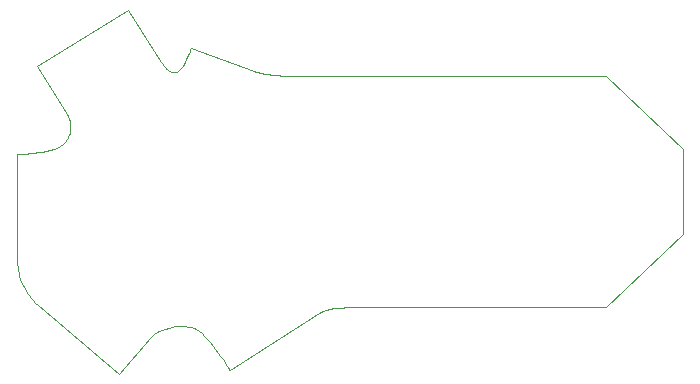
<source format=gbr>
G04 #@! TF.FileFunction,Profile,NP*
%FSLAX46Y46*%
G04 Gerber Fmt 4.6, Leading zero omitted, Abs format (unit mm)*
G04 Created by KiCad (PCBNEW 4.0.2-4+6225~38~ubuntu14.04.1-stable) date Wed 22 Jun 2016 06:39:26 PM CDT*
%MOMM*%
G01*
G04 APERTURE LIST*
%ADD10C,0.100000*%
G04 APERTURE END LIST*
D10*
X40267941Y-88433513D02*
X40267941Y-88433513D01*
X47911476Y-83688223D02*
X40267941Y-88433513D01*
X50758674Y-88138408D02*
X47911476Y-83688223D01*
X50813519Y-88217264D02*
X50758674Y-88138408D01*
X50871050Y-88297420D02*
X50813519Y-88217264D01*
X50931200Y-88377851D02*
X50871050Y-88297420D01*
X50993887Y-88457531D02*
X50931200Y-88377851D01*
X51059041Y-88535438D02*
X50993887Y-88457531D01*
X51126582Y-88610543D02*
X51059041Y-88535438D01*
X51196441Y-88681827D02*
X51126582Y-88610543D01*
X51268537Y-88748262D02*
X51196441Y-88681827D01*
X51342798Y-88808824D02*
X51268537Y-88748262D01*
X51419151Y-88862491D02*
X51342798Y-88808824D01*
X51497515Y-88908234D02*
X51419151Y-88862491D01*
X51577822Y-88945030D02*
X51497515Y-88908234D01*
X51659991Y-88971869D02*
X51577822Y-88945030D01*
X51743949Y-88987702D02*
X51659991Y-88971869D01*
X51829623Y-88991512D02*
X51743949Y-88987702D01*
X51916937Y-88982283D02*
X51829623Y-88991512D01*
X52062801Y-88935590D02*
X51916937Y-88982283D01*
X52202137Y-88853486D02*
X52062801Y-88935590D01*
X52334541Y-88741271D02*
X52202137Y-88853486D01*
X52459619Y-88604249D02*
X52334541Y-88741271D01*
X52576976Y-88447721D02*
X52459619Y-88604249D01*
X52686210Y-88276990D02*
X52576976Y-88447721D01*
X52786929Y-88097356D02*
X52686210Y-88276990D01*
X52878731Y-87914123D02*
X52786929Y-88097356D01*
X52961221Y-87732589D02*
X52878731Y-87914123D01*
X53034001Y-87558060D02*
X52961221Y-87732589D01*
X53096674Y-87395836D02*
X53034001Y-87558060D01*
X53148846Y-87251217D02*
X53096674Y-87395836D01*
X53190112Y-87129509D02*
X53148846Y-87251217D01*
X53220081Y-87036008D02*
X53190112Y-87129509D01*
X53238369Y-86976022D02*
X53220081Y-87036008D01*
X53244550Y-86954855D02*
X53238369Y-86976022D01*
X58626604Y-88925859D02*
X53244550Y-86954855D01*
X58760146Y-88966837D02*
X58626604Y-88925859D01*
X58911981Y-89006100D02*
X58760146Y-88966837D01*
X59079655Y-89043511D02*
X58911981Y-89006100D01*
X59260721Y-89078953D02*
X59079655Y-89043511D01*
X59452733Y-89112289D02*
X59260721Y-89078953D01*
X59653235Y-89143398D02*
X59452733Y-89112289D01*
X59859785Y-89172151D02*
X59653235Y-89143398D01*
X60069931Y-89198426D02*
X59859785Y-89172151D01*
X60281222Y-89222076D02*
X60069931Y-89198426D01*
X60491209Y-89242989D02*
X60281222Y-89222076D01*
X60697446Y-89261051D02*
X60491209Y-89242989D01*
X60897480Y-89276122D02*
X60697446Y-89261051D01*
X61088866Y-89288060D02*
X60897480Y-89276122D01*
X61269152Y-89296752D02*
X61088866Y-89288060D01*
X61435889Y-89302058D02*
X61269152Y-89296752D01*
X61586630Y-89303751D02*
X61435889Y-89302058D01*
X88411846Y-89302058D02*
X61586630Y-89303751D01*
X94916162Y-95497750D02*
X88411846Y-89302058D01*
X94919295Y-102706857D02*
X94916162Y-95497750D01*
X88419853Y-108909385D02*
X94919295Y-102706857D01*
X66855507Y-108912207D02*
X88419853Y-108909385D01*
X66422979Y-108914183D02*
X66855507Y-108912207D01*
X66031694Y-108922649D02*
X66422979Y-108914183D01*
X65674195Y-108942094D02*
X66031694Y-108922649D01*
X65343010Y-108976873D02*
X65674195Y-108942094D01*
X65030683Y-109031364D02*
X65343010Y-108976873D01*
X64729747Y-109109938D02*
X65030683Y-109031364D01*
X64432739Y-109216959D02*
X64729747Y-109109938D01*
X64132198Y-109356800D02*
X64432739Y-109216959D01*
X56536985Y-114201675D02*
X64132198Y-109356800D01*
X56517964Y-114170413D02*
X56536985Y-114201675D01*
X56463077Y-114081378D02*
X56517964Y-114170413D01*
X56375512Y-113941695D02*
X56463077Y-114081378D01*
X56258469Y-113758488D02*
X56375512Y-113941695D01*
X56115148Y-113538879D02*
X56258469Y-113758488D01*
X55948750Y-113289999D02*
X56115148Y-113538879D01*
X55762477Y-113018969D02*
X55948750Y-113289999D01*
X55559528Y-112732915D02*
X55762477Y-113018969D01*
X55343109Y-112438960D02*
X55559528Y-112732915D01*
X55116417Y-112144230D02*
X55343109Y-112438960D01*
X54882652Y-111855850D02*
X55116417Y-112144230D01*
X54645018Y-111580946D02*
X54882652Y-111855850D01*
X54406713Y-111326641D02*
X54645018Y-111580946D01*
X54170942Y-111100061D02*
X54406713Y-111326641D01*
X53940899Y-110908331D02*
X54170942Y-111100061D01*
X53719792Y-110758575D02*
X53940899Y-110908331D01*
X53520244Y-110660735D02*
X53719792Y-110758575D01*
X53296812Y-110585232D02*
X53520244Y-110660735D01*
X53053316Y-110531347D02*
X53296812Y-110585232D01*
X52793573Y-110498358D02*
X53053316Y-110531347D01*
X52521403Y-110485545D02*
X52793573Y-110498358D01*
X52240621Y-110492177D02*
X52521403Y-110485545D01*
X51955046Y-110517549D02*
X52240621Y-110492177D01*
X51668494Y-110560938D02*
X51955046Y-110517549D01*
X51384787Y-110621619D02*
X51668494Y-110560938D01*
X51107741Y-110698871D02*
X51384787Y-110621619D01*
X50841171Y-110791976D02*
X51107741Y-110698871D01*
X50588898Y-110900209D02*
X50841171Y-110791976D01*
X50354738Y-111022848D02*
X50588898Y-110900209D01*
X50142513Y-111159176D02*
X50354738Y-111022848D01*
X49956034Y-111308471D02*
X50142513Y-111159176D01*
X49799125Y-111470010D02*
X49956034Y-111308471D01*
X47158953Y-114566662D02*
X49799125Y-111470010D01*
X40306797Y-108702702D02*
X47158953Y-114566662D01*
X40103916Y-108506024D02*
X40306797Y-108702702D01*
X39912482Y-108304027D02*
X40103916Y-108506024D01*
X39732729Y-108096777D02*
X39912482Y-108304027D01*
X39564883Y-107884337D02*
X39732729Y-108096777D01*
X39409178Y-107666780D02*
X39564883Y-107884337D01*
X39265843Y-107444166D02*
X39409178Y-107666780D01*
X39135107Y-107216562D02*
X39265843Y-107444166D01*
X39017200Y-106984037D02*
X39135107Y-107216562D01*
X38912352Y-106746651D02*
X39017200Y-106984037D01*
X38820793Y-106504473D02*
X38912352Y-106746651D01*
X38742756Y-106257571D02*
X38820793Y-106504473D01*
X38678468Y-106006010D02*
X38742756Y-106257571D01*
X38628159Y-105749853D02*
X38678468Y-106006010D01*
X38592060Y-105489170D02*
X38628159Y-105749853D01*
X38570414Y-105224023D02*
X38592060Y-105489170D01*
X38563415Y-104954481D02*
X38570414Y-105224023D01*
X38561721Y-95925385D02*
X38563415Y-104954481D01*
X38598388Y-95924820D02*
X38561721Y-95925385D01*
X38702818Y-95921998D02*
X38598388Y-95924820D01*
X38866663Y-95915761D02*
X38702818Y-95921998D01*
X39081575Y-95904782D02*
X38866663Y-95915761D01*
X39339196Y-95887764D02*
X39081575Y-95904782D01*
X39631183Y-95863409D02*
X39339196Y-95887764D01*
X39949182Y-95830400D02*
X39631183Y-95863409D01*
X40284843Y-95787446D02*
X39949182Y-95830400D01*
X40629818Y-95733242D02*
X40284843Y-95787446D01*
X40975752Y-95666491D02*
X40629818Y-95733242D01*
X41314297Y-95585888D02*
X40975752Y-95666491D01*
X41637103Y-95490139D02*
X41314297Y-95585888D01*
X41935818Y-95377936D02*
X41637103Y-95490139D01*
X42202092Y-95247981D02*
X41935818Y-95377936D01*
X42427576Y-95098976D02*
X42202092Y-95247981D01*
X42603920Y-94929617D02*
X42427576Y-95098976D01*
X42659289Y-94856505D02*
X42603920Y-94929617D01*
X42717334Y-94767150D02*
X42659289Y-94856505D01*
X42776245Y-94662906D02*
X42717334Y-94767150D01*
X42834216Y-94545123D02*
X42776245Y-94662906D01*
X42889441Y-94415160D02*
X42834216Y-94545123D01*
X42940117Y-94274362D02*
X42889441Y-94415160D01*
X42984429Y-94124090D02*
X42940117Y-94274362D01*
X43020576Y-93965693D02*
X42984429Y-94124090D01*
X43046738Y-93800525D02*
X43020576Y-93965693D01*
X43061131Y-93629939D02*
X43046738Y-93800525D01*
X43061978Y-93455288D02*
X43061131Y-93629939D01*
X43047387Y-93277928D02*
X43061978Y-93455288D01*
X43015600Y-93099208D02*
X43047387Y-93277928D01*
X42964803Y-92920483D02*
X43015600Y-93099208D01*
X42893195Y-92743106D02*
X42964803Y-92920483D01*
X42798964Y-92568430D02*
X42893195Y-92743106D01*
X40267941Y-88433513D02*
X42798964Y-92568430D01*
M02*

</source>
